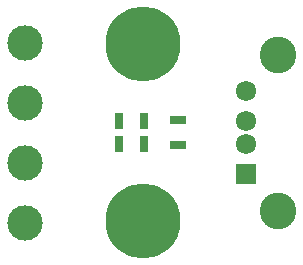
<source format=gts>
%FSLAX33Y33*%
%MOMM*%
%AMRect-W670710-H1320710-RO1.500*
21,1,0.67071,1.32071,0.,0.,90*%
%AMRect-W670710-H1320710-RO1.000*
21,1,0.67071,1.32071,0.,0.,180*%
%AMRect-W1720000-H1720000-RO1.500*
21,1,1.72,1.72,0.,0.,90*%
%ADD10R,0.67071X1.32071*%
%ADD11C,3.*%
%ADD12C,6.35*%
%ADD13Rect-W670710-H1320710-RO1.500*%
%ADD14Rect-W670710-H1320710-RO1.000*%
%ADD15C,1.72*%
%ADD16C,3.1*%
%ADD17Rect-W1720000-H1720000-RO1.500*%
D10*
%LNtop solder mask_traces*%
%LNtop solder mask component 2db072afead86070*%
G01*
X12950Y11500D03*
X15050Y11500D03*
%LNtop solder mask component f0fb2731934dc838*%
D11*
X5000Y20120D03*
X5000Y15040D03*
X5000Y9960D03*
X5000Y4880D03*
%LNtop solder mask component 8d7f5a6846472cc6*%
D12*
X15000Y5000D03*
%LNtop solder mask component 4c91bb3536f08060*%
D13*
X18000Y11450D03*
X18000Y13550D03*
%LNtop solder mask component 857abdc5204d4412*%
D14*
X15050Y13500D03*
X12950Y13500D03*
%LNtop solder mask component 442748f89a67850a*%
D15*
X23700Y11500D03*
X23700Y13500D03*
X23700Y16040D03*
D16*
X26410Y19110D03*
X26410Y5890D03*
D17*
X23700Y8960D03*
%LNtop solder mask component f5205f3a868a2325*%
D12*
X15000Y20000D03*
M02*
</source>
